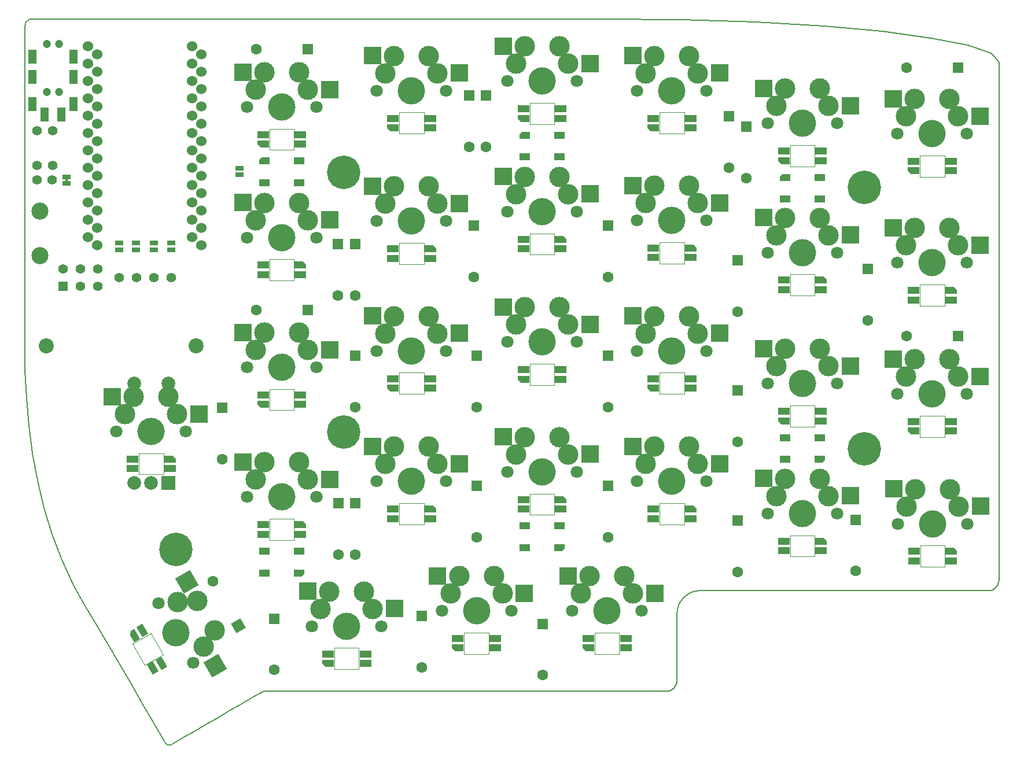
<source format=gts>
G04 #@! TF.GenerationSoftware,KiCad,Pcbnew,(6.0.1)*
G04 #@! TF.CreationDate,2022-01-24T10:18:44+00:00*
G04 #@! TF.ProjectId,Lily58,4c696c79-3538-42e6-9b69-6361645f7063,rev?*
G04 #@! TF.SameCoordinates,Original*
G04 #@! TF.FileFunction,Soldermask,Top*
G04 #@! TF.FilePolarity,Negative*
%FSLAX46Y46*%
G04 Gerber Fmt 4.6, Leading zero omitted, Abs format (unit mm)*
G04 Created by KiCad (PCBNEW (6.0.1)) date 2022-01-24 10:18:44*
%MOMM*%
%LPD*%
G01*
G04 APERTURE LIST*
G04 Aperture macros list*
%AMRotRect*
0 Rectangle, with rotation*
0 The origin of the aperture is its center*
0 $1 length*
0 $2 width*
0 $3 Rotation angle, in degrees counterclockwise*
0 Add horizontal line*
21,1,$1,$2,0,0,$3*%
%AMOutline5P*
0 Free polygon, 5 corners , with rotation*
0 The origin of the aperture is its center*
0 number of corners: always 5*
0 $1 to $10 corner X, Y*
0 $11 Rotation angle, in degrees counterclockwise*
0 create outline with 5 corners*
4,1,5,$1,$2,$3,$4,$5,$6,$7,$8,$9,$10,$1,$2,$11*%
%AMOutline6P*
0 Free polygon, 6 corners , with rotation*
0 The origin of the aperture is its center*
0 number of corners: always 6*
0 $1 to $12 corner X, Y*
0 $13 Rotation angle, in degrees counterclockwise*
0 create outline with 6 corners*
4,1,6,$1,$2,$3,$4,$5,$6,$7,$8,$9,$10,$11,$12,$1,$2,$13*%
%AMOutline7P*
0 Free polygon, 7 corners , with rotation*
0 The origin of the aperture is its center*
0 number of corners: always 7*
0 $1 to $14 corner X, Y*
0 $15 Rotation angle, in degrees counterclockwise*
0 create outline with 7 corners*
4,1,7,$1,$2,$3,$4,$5,$6,$7,$8,$9,$10,$11,$12,$13,$14,$1,$2,$15*%
%AMOutline8P*
0 Free polygon, 8 corners , with rotation*
0 The origin of the aperture is its center*
0 number of corners: always 8*
0 $1 to $16 corner X, Y*
0 $17 Rotation angle, in degrees counterclockwise*
0 create outline with 8 corners*
4,1,8,$1,$2,$3,$4,$5,$6,$7,$8,$9,$10,$11,$12,$13,$14,$15,$16,$1,$2,$17*%
G04 Aperture macros list end*
G04 #@! TA.AperFunction,Profile*
%ADD10C,0.200000*%
G04 #@! TD*
G04 #@! TA.AperFunction,Profile*
%ADD11C,0.120000*%
G04 #@! TD*
%ADD12R,2.000000X2.000000*%
%ADD13C,2.000000*%
%ADD14R,1.600000X1.600000*%
%ADD15C,1.600000*%
%ADD16RotRect,1.600000X1.600000X300.000000*%
%ADD17C,1.397000*%
%ADD18C,1.800000*%
%ADD19C,4.000000*%
%ADD20C,3.000000*%
%ADD21R,2.550000X2.500000*%
%ADD22RotRect,2.550000X2.500000X120.000000*%
%ADD23C,1.200000*%
%ADD24R,1.200000X2.100000*%
%ADD25C,2.200000*%
%ADD26C,4.900000*%
%ADD27C,2.500000*%
%ADD28C,1.524000*%
%ADD29R,1.143000X0.635000*%
%ADD30R,1.397000X1.397000*%
%ADD31R,1.700000X1.000000*%
%ADD32Outline5P,-0.850000X0.500000X0.850000X0.500000X0.850000X-0.500000X-0.400000X-0.500000X-0.850000X-0.050000X0.000000*%
%ADD33RotRect,1.700000X1.000000X300.000000*%
%ADD34Outline5P,-0.850000X0.500000X0.850000X0.500000X0.850000X-0.500000X-0.400000X-0.500000X-0.850000X-0.050000X300.000000*%
%ADD35Outline5P,-0.850000X0.500000X0.850000X0.500000X0.850000X-0.500000X-0.400000X-0.500000X-0.850000X-0.050000X180.000000*%
%ADD36R,1.600000X1.000000*%
%ADD37Outline5P,-0.800000X0.500000X0.800000X0.500000X0.800000X-0.050000X0.350000X-0.500000X-0.800000X-0.500000X0.000000*%
%ADD38Outline5P,-0.800000X0.500000X0.800000X0.500000X0.800000X-0.050000X0.350000X-0.500000X-0.800000X-0.500000X180.000000*%
%ADD39R,0.381000X0.381000*%
G04 APERTURE END LIST*
D10*
X104803877Y-37086762D02*
X94400000Y-37086762D01*
X82937528Y-82285296D02*
X82937528Y-75978362D01*
X82937528Y-75978362D02*
X82937528Y-69671429D01*
X82937528Y-88592229D02*
X82937528Y-82285296D01*
X177658308Y-135255660D02*
X177403500Y-135393876D01*
X83776462Y-37108075D02*
X83988210Y-37086762D01*
X93344258Y-125721062D02*
X95019952Y-128587381D01*
X224544152Y-120671952D02*
X224262495Y-120759288D01*
X162080304Y-135511658D02*
X169449826Y-135511658D01*
X225460000Y-71881623D02*
X225460000Y-81363245D01*
X112835230Y-138421062D02*
X114510925Y-137450923D01*
X111159536Y-139391201D02*
X112835230Y-138421062D01*
X94400000Y-37086762D02*
X83988210Y-37086762D01*
X91668563Y-122854742D02*
X93344258Y-125721062D01*
X178319348Y-130379933D02*
X178319348Y-131597973D01*
X89992869Y-119988423D02*
X91668563Y-122854742D01*
X178319348Y-124289735D02*
X178390391Y-123583911D01*
X225459999Y-119289735D02*
X225429552Y-119592231D01*
X136027379Y-37086762D02*
X125619545Y-37086762D01*
X125619545Y-37086762D02*
X115211711Y-37086762D01*
X125232695Y-135511658D02*
X132602217Y-135511658D01*
X225460000Y-100326490D02*
X225460000Y-109808112D01*
X181113524Y-120860778D02*
X181819348Y-120789735D01*
X225204001Y-120128696D02*
X225020912Y-120350648D01*
X225460000Y-109808112D02*
X225460000Y-119289735D01*
X218692418Y-120789735D02*
X223959999Y-120789735D01*
X103714328Y-143322532D02*
X103842470Y-143386445D01*
X225342217Y-119873887D02*
X225204001Y-120128696D01*
X224798960Y-120533736D02*
X224544152Y-120671952D01*
X103491837Y-143088150D02*
X103597295Y-143222884D01*
X208157255Y-120789735D02*
X213424836Y-120789735D01*
X82959523Y-37925015D02*
X83020657Y-37727855D01*
X215525697Y-39885159D02*
X208420758Y-38945561D01*
X224900000Y-42700000D02*
X225460000Y-43436755D01*
X178319348Y-134011658D02*
X178288901Y-134314154D01*
X101722730Y-140052659D02*
X103398425Y-142918979D01*
X225460000Y-43436755D02*
X225460000Y-52918378D01*
X83020657Y-37727855D02*
X83117409Y-37549489D01*
X84020972Y-100690825D02*
X84747083Y-104695246D01*
X225460000Y-62400000D02*
X225460000Y-71881623D01*
X88291758Y-116318073D02*
X89992869Y-119988423D01*
X139971738Y-135511658D02*
X147341260Y-135511658D01*
X178390391Y-123583911D02*
X178594174Y-122926713D01*
X178916678Y-122332160D02*
X179343884Y-121814271D01*
X178319348Y-124289735D02*
X178319348Y-125507775D01*
X208420758Y-38945561D02*
X199807654Y-38170488D01*
X189919538Y-37585374D02*
X178989563Y-37215654D01*
X116186619Y-136480784D02*
X117862313Y-135510645D01*
X156843047Y-37086762D02*
X146435213Y-37086762D01*
X178063349Y-134850619D02*
X177880261Y-135072571D01*
X147341260Y-135511658D02*
X154710782Y-135511658D01*
X177880261Y-135072571D02*
X177658308Y-135255660D01*
X197622092Y-120789735D02*
X202889673Y-120789735D01*
X224262495Y-120759288D02*
X223959999Y-120789735D01*
X104130206Y-143404468D02*
X104288864Y-143357278D01*
X224900000Y-42700000D02*
X224278471Y-42156190D01*
X82937528Y-50750629D02*
X82937528Y-44443695D01*
X82937528Y-44443695D02*
X82937528Y-38136762D01*
X178319348Y-127943854D02*
X178319348Y-129161894D01*
X225429552Y-119592231D02*
X225342217Y-119873887D01*
X132602217Y-135511658D02*
X139971738Y-135511658D01*
X83245570Y-37394123D02*
X83400937Y-37265961D01*
X82937528Y-38136762D02*
X82959523Y-37925015D01*
X220889319Y-40963847D02*
X215525697Y-39885159D01*
X95019952Y-128587381D02*
X96695647Y-131453701D01*
X178319348Y-131597973D02*
X178319348Y-132816013D01*
X225020912Y-120350648D02*
X224798960Y-120533736D01*
X178319348Y-126725814D02*
X178319348Y-127943854D01*
X213424836Y-120789735D02*
X218692418Y-120789735D01*
X178594174Y-122926713D02*
X178916678Y-122332160D01*
X167250881Y-37086762D02*
X156843047Y-37086762D01*
X180456326Y-121064561D02*
X181113524Y-120860778D01*
X83135690Y-92617561D02*
X83490297Y-96657663D01*
X103597295Y-143222884D02*
X103714328Y-143322532D01*
X117862313Y-135510645D02*
X125232695Y-135511658D01*
X109483841Y-140361340D02*
X111159536Y-139391201D01*
X225460000Y-81363245D02*
X225460000Y-90844867D01*
X96695647Y-131453701D02*
X98371341Y-134320020D01*
X115211711Y-37086762D02*
X104803877Y-37086762D01*
X224278471Y-42156190D02*
X220889319Y-40963847D01*
X82937528Y-57057562D02*
X82937528Y-50750629D01*
X202889673Y-120789735D02*
X208157255Y-120789735D01*
X82937528Y-63364495D02*
X82937528Y-57057562D01*
X178288901Y-134314154D02*
X178201565Y-134595810D01*
X103398425Y-142918979D02*
X103491837Y-143088150D01*
X83117409Y-37549489D02*
X83245570Y-37394123D01*
X199807654Y-38170488D02*
X189919538Y-37585374D01*
X192354511Y-120789735D02*
X197622092Y-120789735D01*
X179343884Y-121814271D02*
X179861773Y-121387065D01*
X187086929Y-120789735D02*
X192354511Y-120789735D01*
X178201565Y-134595810D02*
X178063349Y-134850619D01*
X178319348Y-125507775D02*
X178319348Y-126725814D01*
X100047036Y-137186340D02*
X101722730Y-140052659D01*
X178319348Y-132816013D02*
X178319348Y-134011658D01*
X103981252Y-143413974D02*
X104130206Y-143404468D01*
X225460000Y-90844867D02*
X225460000Y-100326490D01*
X104456758Y-143271756D02*
X106132452Y-142301617D01*
X146435213Y-37086762D02*
X136027379Y-37086762D01*
X98371341Y-134320020D02*
X100047036Y-137186340D01*
X178989563Y-37215654D02*
X167250881Y-37086762D01*
X82937528Y-69671429D02*
X82937528Y-63364495D01*
X225460000Y-52918378D02*
X225460000Y-62400000D01*
X103842470Y-143386445D02*
X103981252Y-143413974D01*
X107808147Y-141331479D02*
X109483841Y-140361340D01*
X177121844Y-135481211D02*
X176819348Y-135511658D01*
X154710782Y-135511658D02*
X162080304Y-135511658D01*
X169449826Y-135511658D02*
X176819348Y-135511658D01*
X177403500Y-135393876D02*
X177121844Y-135481211D01*
X104288864Y-143357278D02*
X104456758Y-143271756D01*
X114510925Y-137450923D02*
X116186619Y-136480784D01*
X84747083Y-104695246D02*
X85688004Y-108649127D01*
X86863105Y-112530670D02*
X88291758Y-116318073D01*
X179861773Y-121387065D02*
X180456326Y-121064561D01*
X83579303Y-37169210D02*
X83776462Y-37108075D01*
X85688004Y-108649127D02*
X86863105Y-112530670D01*
X106132452Y-142301617D02*
X107808147Y-141331479D01*
X83400937Y-37265961D02*
X83579303Y-37169210D01*
X83490297Y-96657663D02*
X84020972Y-100690825D01*
X181819348Y-120789735D02*
X187086929Y-120789735D01*
X82937528Y-88592229D02*
X83135690Y-92617561D01*
X178319348Y-129161894D02*
X178319348Y-130379933D01*
D11*
X175800000Y-50800000D02*
X175800000Y-53900000D01*
X179400000Y-50800000D02*
X175800000Y-50800000D01*
X175800000Y-53900000D02*
X179400000Y-53900000D01*
X179400000Y-53900000D02*
X179400000Y-50800000D01*
X98644040Y-128591154D02*
X100444040Y-131708846D01*
X103128718Y-130158846D02*
X101328718Y-127041154D01*
X101328718Y-127041154D02*
X98644040Y-128591154D01*
X100444040Y-131708846D02*
X103128718Y-130158846D01*
X122300000Y-53200000D02*
X118700000Y-53200000D01*
X122300000Y-56300000D02*
X122300000Y-53200000D01*
X118700000Y-56300000D02*
X122300000Y-56300000D01*
X118700000Y-53200000D02*
X118700000Y-56300000D01*
X175800000Y-111100000D02*
X179400000Y-111100000D01*
X175800000Y-108000000D02*
X175800000Y-111100000D01*
X179400000Y-108000000D02*
X175800000Y-108000000D01*
X179400000Y-111100000D02*
X179400000Y-108000000D01*
X150800000Y-126950000D02*
X147200000Y-126950000D01*
X147200000Y-130050000D02*
X150800000Y-130050000D01*
X147200000Y-126950000D02*
X147200000Y-130050000D01*
X150800000Y-130050000D02*
X150800000Y-126950000D01*
X103200000Y-103800000D02*
X103200000Y-100700000D01*
X99600000Y-103800000D02*
X103200000Y-103800000D01*
X99600000Y-100700000D02*
X99600000Y-103800000D01*
X103200000Y-100700000D02*
X99600000Y-100700000D01*
X122300000Y-72300000D02*
X118700000Y-72300000D01*
X118700000Y-72300000D02*
X118700000Y-75400000D01*
X122300000Y-75400000D02*
X122300000Y-72300000D01*
X118700000Y-75400000D02*
X122300000Y-75400000D01*
X160400000Y-90700000D02*
X160400000Y-87600000D01*
X160400000Y-87600000D02*
X156800000Y-87600000D01*
X156800000Y-90700000D02*
X160400000Y-90700000D01*
X156800000Y-87600000D02*
X156800000Y-90700000D01*
X217500000Y-76000000D02*
X213900000Y-76000000D01*
X213900000Y-76000000D02*
X213900000Y-79100000D01*
X213900000Y-79100000D02*
X217500000Y-79100000D01*
X217500000Y-79100000D02*
X217500000Y-76000000D01*
X213900000Y-60200000D02*
X217500000Y-60200000D01*
X217500000Y-60200000D02*
X217500000Y-57100000D01*
X213900000Y-57100000D02*
X213900000Y-60200000D01*
X217500000Y-57100000D02*
X213900000Y-57100000D01*
X194900000Y-93700000D02*
X194900000Y-96800000D01*
X198500000Y-96800000D02*
X198500000Y-93700000D01*
X194900000Y-96800000D02*
X198500000Y-96800000D01*
X198500000Y-93700000D02*
X194900000Y-93700000D01*
X160400000Y-106600000D02*
X156800000Y-106600000D01*
X156800000Y-109700000D02*
X160400000Y-109700000D01*
X156800000Y-106600000D02*
X156800000Y-109700000D01*
X160400000Y-109700000D02*
X160400000Y-106600000D01*
X194900000Y-74500000D02*
X194900000Y-77600000D01*
X194900000Y-77600000D02*
X198500000Y-77600000D01*
X198500000Y-74500000D02*
X194900000Y-74500000D01*
X198500000Y-77600000D02*
X198500000Y-74500000D01*
X156800000Y-49410000D02*
X156800000Y-52510000D01*
X160400000Y-49410000D02*
X156800000Y-49410000D01*
X160400000Y-52510000D02*
X160400000Y-49410000D01*
X156800000Y-52510000D02*
X160400000Y-52510000D01*
X217500000Y-95200000D02*
X213900000Y-95200000D01*
X213900000Y-95200000D02*
X213900000Y-98300000D01*
X213900000Y-98300000D02*
X217500000Y-98300000D01*
X217500000Y-98300000D02*
X217500000Y-95200000D01*
X141300000Y-111100000D02*
X141300000Y-108000000D01*
X137700000Y-108000000D02*
X137700000Y-111100000D01*
X137700000Y-111100000D02*
X141300000Y-111100000D01*
X141300000Y-108000000D02*
X137700000Y-108000000D01*
X137700000Y-92000000D02*
X141300000Y-92000000D01*
X137700000Y-88900000D02*
X137700000Y-92000000D01*
X141300000Y-88900000D02*
X137700000Y-88900000D01*
X141300000Y-92000000D02*
X141300000Y-88900000D01*
X198500000Y-55600000D02*
X194900000Y-55600000D01*
X194900000Y-58700000D02*
X198500000Y-58700000D01*
X194900000Y-55600000D02*
X194900000Y-58700000D01*
X198500000Y-58700000D02*
X198500000Y-55600000D01*
X137700000Y-73000000D02*
X141300000Y-73000000D01*
X141300000Y-73000000D02*
X141300000Y-69900000D01*
X137700000Y-69900000D02*
X137700000Y-73000000D01*
X141300000Y-69900000D02*
X137700000Y-69900000D01*
X169900000Y-126950000D02*
X166300000Y-126950000D01*
X169900000Y-130050000D02*
X169900000Y-126950000D01*
X166300000Y-130050000D02*
X169900000Y-130050000D01*
X166300000Y-126950000D02*
X166300000Y-130050000D01*
X198500000Y-112700000D02*
X194900000Y-112700000D01*
X194900000Y-115800000D02*
X198500000Y-115800000D01*
X198500000Y-115800000D02*
X198500000Y-112700000D01*
X194900000Y-112700000D02*
X194900000Y-115800000D01*
X213950000Y-114200000D02*
X213950000Y-117300000D01*
X217550000Y-117300000D02*
X217550000Y-114200000D01*
X213950000Y-117300000D02*
X217550000Y-117300000D01*
X217550000Y-114200000D02*
X213950000Y-114200000D01*
X128200000Y-132300000D02*
X131800000Y-132300000D01*
X128200000Y-129200000D02*
X128200000Y-132300000D01*
X131800000Y-129200000D02*
X128200000Y-129200000D01*
X131800000Y-132300000D02*
X131800000Y-129200000D01*
X175800000Y-72900000D02*
X179400000Y-72900000D01*
X175800000Y-69800000D02*
X175800000Y-72900000D01*
X179400000Y-69800000D02*
X175800000Y-69800000D01*
X179400000Y-72900000D02*
X179400000Y-69800000D01*
X118700000Y-91300000D02*
X118700000Y-94400000D01*
X118700000Y-94400000D02*
X122300000Y-94400000D01*
X122300000Y-94400000D02*
X122300000Y-91300000D01*
X122300000Y-91300000D02*
X118700000Y-91300000D01*
X122300000Y-113400000D02*
X122300000Y-110300000D01*
X122300000Y-110300000D02*
X118700000Y-110300000D01*
X118700000Y-113400000D02*
X122300000Y-113400000D01*
X118700000Y-110300000D02*
X118700000Y-113400000D01*
X137700000Y-50800000D02*
X137700000Y-53900000D01*
X141300000Y-53900000D02*
X141300000Y-50800000D01*
X141300000Y-50800000D02*
X137700000Y-50800000D01*
X137700000Y-53900000D02*
X141300000Y-53900000D01*
X156800000Y-71600000D02*
X160400000Y-71600000D01*
X160400000Y-71600000D02*
X160400000Y-68500000D01*
X160400000Y-68500000D02*
X156800000Y-68500000D01*
X156800000Y-68500000D02*
X156800000Y-71600000D01*
X179400000Y-92000000D02*
X179400000Y-88900000D01*
X179400000Y-88900000D02*
X175800000Y-88900000D01*
X175800000Y-88900000D02*
X175800000Y-92000000D01*
X175800000Y-92000000D02*
X179400000Y-92000000D01*
D12*
X103900000Y-105000000D03*
D13*
X98900000Y-105000000D03*
X101400000Y-105000000D03*
X98900000Y-90500000D03*
X103900000Y-90500000D03*
D14*
X124273000Y-41529000D03*
D15*
X116773000Y-41529000D03*
D14*
X147955000Y-48320000D03*
D15*
X147955000Y-55820000D03*
D14*
X150368000Y-48320000D03*
D15*
X150368000Y-55820000D03*
D14*
X185928000Y-51368000D03*
D15*
X185928000Y-58868000D03*
D14*
X188468000Y-52892000D03*
D15*
X188468000Y-60392000D03*
D14*
X219450000Y-44250000D03*
D15*
X211950000Y-44250000D03*
D14*
X128750000Y-70068750D03*
D15*
X128750000Y-77568750D03*
D14*
X131252540Y-70068750D03*
D15*
X131252540Y-77568750D03*
D14*
X148590000Y-67370000D03*
D15*
X148590000Y-74870000D03*
D14*
X168250000Y-67370000D03*
D15*
X168250000Y-74870000D03*
D14*
X187250000Y-72450000D03*
D15*
X187250000Y-79950000D03*
D14*
X206250000Y-73720000D03*
D15*
X206250000Y-81220000D03*
D14*
X124273000Y-79756000D03*
D15*
X116773000Y-79756000D03*
D14*
X131250000Y-86420000D03*
D15*
X131250000Y-93920000D03*
D14*
X149000000Y-86420000D03*
D15*
X149000000Y-93920000D03*
D14*
X168250000Y-86420000D03*
D15*
X168250000Y-93920000D03*
D14*
X187250000Y-91500000D03*
D15*
X187250000Y-99000000D03*
D14*
X219450000Y-83566000D03*
D15*
X211950000Y-83566000D03*
D14*
X128800000Y-108010000D03*
D15*
X128800000Y-115510000D03*
D14*
X131250000Y-108010000D03*
D15*
X131250000Y-115510000D03*
D14*
X149000000Y-105470000D03*
D15*
X149000000Y-112970000D03*
D14*
X168250000Y-105470000D03*
D15*
X168250000Y-112970000D03*
D14*
X187250000Y-110550000D03*
D15*
X187250000Y-118050000D03*
D14*
X204470000Y-110420000D03*
D15*
X204470000Y-117920000D03*
D14*
X111760000Y-94040000D03*
D15*
X111760000Y-101540000D03*
D16*
X114175000Y-125947595D03*
D15*
X110425000Y-119452405D03*
D14*
X119380000Y-124901000D03*
D15*
X119380000Y-132401000D03*
D14*
X140970000Y-124520000D03*
D15*
X140970000Y-132020000D03*
D14*
X158700000Y-125660000D03*
D15*
X158700000Y-133160000D03*
D17*
X84688035Y-53499272D03*
X84688035Y-58579272D03*
X86938035Y-53499272D03*
X86938035Y-58579272D03*
D18*
X115420000Y-50000000D03*
D19*
X120500000Y-50000000D03*
D18*
X125580000Y-50000000D03*
D20*
X116690000Y-47460000D03*
X117960000Y-44920000D03*
X123040000Y-44920000D03*
X124310000Y-47460000D03*
D21*
X114800000Y-44880000D03*
X127500000Y-47420000D03*
D18*
X144580000Y-47600000D03*
D20*
X136960000Y-42520000D03*
D19*
X139500000Y-47600000D03*
D20*
X135690000Y-45060000D03*
X143310000Y-45060000D03*
D18*
X134420000Y-47600000D03*
D20*
X142040000Y-42520000D03*
D21*
X133800000Y-42480000D03*
X146500000Y-45020000D03*
D20*
X161140000Y-41130000D03*
X162410000Y-43670000D03*
D18*
X153520000Y-46210000D03*
X163680000Y-46210000D03*
D20*
X156060000Y-41130000D03*
X154790000Y-43670000D03*
D19*
X158600000Y-46210000D03*
D21*
X152900000Y-41090000D03*
X165600000Y-43630000D03*
D20*
X180140000Y-42520000D03*
X181410000Y-45060000D03*
D18*
X182680000Y-47600000D03*
D20*
X175060000Y-42520000D03*
X173790000Y-45060000D03*
D18*
X172520000Y-47600000D03*
D19*
X177600000Y-47600000D03*
D21*
X171900000Y-42480000D03*
X184600000Y-45020000D03*
D18*
X191620000Y-52400000D03*
D19*
X196700000Y-52400000D03*
D20*
X200510000Y-49860000D03*
X199240000Y-47320000D03*
X192890000Y-49860000D03*
X194160000Y-47320000D03*
D18*
X201780000Y-52400000D03*
D21*
X191000000Y-47280000D03*
X203700000Y-49820000D03*
D20*
X213160000Y-48820000D03*
D18*
X220780000Y-53900000D03*
D20*
X211890000Y-51360000D03*
X218240000Y-48820000D03*
X219510000Y-51360000D03*
D19*
X215700000Y-53900000D03*
D18*
X210620000Y-53900000D03*
D21*
X210000000Y-48780000D03*
X222700000Y-51320000D03*
D19*
X139500000Y-66700000D03*
D20*
X142040000Y-61620000D03*
D18*
X144580000Y-66700000D03*
X134420000Y-66700000D03*
D20*
X135690000Y-64160000D03*
X136960000Y-61620000D03*
X143310000Y-64160000D03*
D21*
X133800000Y-61580000D03*
X146500000Y-64120000D03*
D20*
X162410000Y-62760000D03*
D18*
X153520000Y-65300000D03*
D19*
X158600000Y-65300000D03*
D20*
X161140000Y-60220000D03*
X156060000Y-60220000D03*
X154790000Y-62760000D03*
D18*
X163680000Y-65300000D03*
D21*
X152900000Y-60180000D03*
X165600000Y-62720000D03*
D18*
X182680000Y-66600000D03*
D19*
X177600000Y-66600000D03*
D20*
X180140000Y-61520000D03*
X173790000Y-64060000D03*
X175060000Y-61520000D03*
X181410000Y-64060000D03*
D18*
X172520000Y-66600000D03*
D21*
X171900000Y-61480000D03*
X184600000Y-64020000D03*
D18*
X201780000Y-71300000D03*
D19*
X196700000Y-71300000D03*
D20*
X200510000Y-68760000D03*
X194160000Y-66220000D03*
X199240000Y-66220000D03*
D18*
X191620000Y-71300000D03*
D20*
X192890000Y-68760000D03*
D21*
X191000000Y-66180000D03*
X203700000Y-68720000D03*
D20*
X219510000Y-70260000D03*
D18*
X220780000Y-72800000D03*
D19*
X215700000Y-72800000D03*
D18*
X210620000Y-72800000D03*
D20*
X218240000Y-67720000D03*
X213160000Y-67720000D03*
X211890000Y-70260000D03*
D21*
X210000000Y-67680000D03*
X222700000Y-70220000D03*
D20*
X116690000Y-85560000D03*
D18*
X115420000Y-88100000D03*
D20*
X124310000Y-85560000D03*
X117960000Y-83020000D03*
D19*
X120500000Y-88100000D03*
D20*
X123040000Y-83020000D03*
D18*
X125580000Y-88100000D03*
D21*
X114800000Y-82980000D03*
X127500000Y-85520000D03*
D20*
X135690000Y-83160000D03*
X136960000Y-80620000D03*
X143310000Y-83160000D03*
D19*
X139500000Y-85700000D03*
D18*
X134420000Y-85700000D03*
X144580000Y-85700000D03*
D20*
X142040000Y-80620000D03*
D21*
X133800000Y-80580000D03*
X146500000Y-83120000D03*
D20*
X162410000Y-81860000D03*
X156060000Y-79320000D03*
X154790000Y-81860000D03*
X161140000Y-79320000D03*
D19*
X158600000Y-84400000D03*
D18*
X153520000Y-84400000D03*
X163680000Y-84400000D03*
D21*
X152900000Y-79280000D03*
X165600000Y-81820000D03*
D20*
X180140000Y-80620000D03*
D19*
X177600000Y-85700000D03*
D20*
X175060000Y-80620000D03*
D18*
X182680000Y-85700000D03*
D20*
X181410000Y-83160000D03*
X173790000Y-83160000D03*
D18*
X172520000Y-85700000D03*
D21*
X171900000Y-80580000D03*
X184600000Y-83120000D03*
D20*
X194160000Y-85420000D03*
X200510000Y-87960000D03*
X199240000Y-85420000D03*
D19*
X196700000Y-90500000D03*
D18*
X191620000Y-90500000D03*
X201780000Y-90500000D03*
D20*
X192890000Y-87960000D03*
D21*
X191000000Y-85380000D03*
X203700000Y-87920000D03*
D20*
X219510000Y-89460000D03*
D19*
X215700000Y-92000000D03*
D20*
X211890000Y-89460000D03*
D18*
X220780000Y-92000000D03*
X210620000Y-92000000D03*
D20*
X218240000Y-86920000D03*
X213160000Y-86920000D03*
D21*
X210000000Y-86880000D03*
X222700000Y-89420000D03*
D20*
X123040000Y-102020000D03*
D18*
X125580000Y-107100000D03*
D20*
X116690000Y-104560000D03*
D19*
X120500000Y-107100000D03*
D20*
X124310000Y-104560000D03*
D18*
X115420000Y-107100000D03*
D20*
X117960000Y-102020000D03*
D21*
X114800000Y-101980000D03*
X127500000Y-104520000D03*
D20*
X136960000Y-99720000D03*
D18*
X144580000Y-104800000D03*
X134420000Y-104800000D03*
D20*
X142040000Y-99720000D03*
X135690000Y-102260000D03*
X143310000Y-102260000D03*
D19*
X139500000Y-104800000D03*
D21*
X133800000Y-99680000D03*
X146500000Y-102220000D03*
D19*
X158600000Y-103400000D03*
D20*
X161140000Y-98320000D03*
X156060000Y-98320000D03*
D18*
X163680000Y-103400000D03*
D20*
X154790000Y-100860000D03*
X162410000Y-100860000D03*
D18*
X153520000Y-103400000D03*
D21*
X152900000Y-98280000D03*
X165600000Y-100820000D03*
D19*
X177600000Y-104800000D03*
D20*
X175060000Y-99720000D03*
X173790000Y-102260000D03*
D18*
X182680000Y-104800000D03*
D20*
X180140000Y-99720000D03*
D18*
X172520000Y-104800000D03*
D20*
X181410000Y-102260000D03*
D21*
X171900000Y-99680000D03*
X184600000Y-102220000D03*
D20*
X192890000Y-106960000D03*
X194160000Y-104420000D03*
X200510000Y-106960000D03*
D18*
X201780000Y-109500000D03*
D20*
X199240000Y-104420000D03*
D18*
X191620000Y-109500000D03*
D19*
X196700000Y-109500000D03*
D21*
X191000000Y-104380000D03*
X203700000Y-106920000D03*
D18*
X210670000Y-111000000D03*
D20*
X219560000Y-108460000D03*
D18*
X220830000Y-111000000D03*
D20*
X211940000Y-108460000D03*
X213210000Y-105920000D03*
D19*
X215750000Y-111000000D03*
D20*
X218290000Y-105920000D03*
D21*
X210050000Y-105880000D03*
X222750000Y-108420000D03*
D20*
X98860000Y-92420000D03*
D18*
X96320000Y-97500000D03*
D20*
X97590000Y-94960000D03*
X103940000Y-92420000D03*
D18*
X106480000Y-97500000D03*
D19*
X101400000Y-97500000D03*
D20*
X105210000Y-94960000D03*
D21*
X95700000Y-92380000D03*
X108400000Y-94920000D03*
D19*
X105000000Y-127000000D03*
D20*
X108129409Y-122260295D03*
X105294705Y-122430443D03*
X110669409Y-126659705D03*
X109104705Y-129029557D03*
D18*
X107540000Y-131399409D03*
X102460000Y-122600591D03*
D22*
X106584050Y-119503655D03*
X110734346Y-131772178D03*
D20*
X126190000Y-123460000D03*
X133810000Y-123460000D03*
D18*
X124920000Y-126000000D03*
X135080000Y-126000000D03*
D19*
X130000000Y-126000000D03*
D20*
X132540000Y-120920000D03*
X127460000Y-120920000D03*
D21*
X124300000Y-120880000D03*
X137000000Y-123420000D03*
D20*
X145190000Y-121210000D03*
X151540000Y-118670000D03*
D18*
X143920000Y-123750000D03*
D20*
X152810000Y-121210000D03*
X146460000Y-118670000D03*
D19*
X149000000Y-123750000D03*
D18*
X154080000Y-123750000D03*
D21*
X143300000Y-118630000D03*
X156000000Y-121170000D03*
D20*
X171910000Y-121210000D03*
X170640000Y-118670000D03*
X165560000Y-118670000D03*
D19*
X168100000Y-123750000D03*
D18*
X163020000Y-123750000D03*
D20*
X164290000Y-121210000D03*
D18*
X173180000Y-123750000D03*
D21*
X162400000Y-118630000D03*
X175100000Y-121170000D03*
D23*
X86150000Y-47800000D03*
X86150000Y-40800000D03*
X87900000Y-47800000D03*
X87900000Y-40800000D03*
D24*
X84050000Y-49600000D03*
X90000000Y-49600000D03*
X90000000Y-45600000D03*
X84050000Y-45600000D03*
X84050000Y-42600000D03*
X90000000Y-42600000D03*
X88250000Y-51100000D03*
X85800000Y-51100000D03*
D25*
X86000000Y-85000000D03*
X108000000Y-85000000D03*
D26*
X129600000Y-59600000D03*
X205800000Y-61800000D03*
X129600000Y-97600000D03*
X205800000Y-100000000D03*
X105000000Y-114800000D03*
D27*
X85090000Y-71750000D03*
X85090000Y-65250000D03*
D28*
X92180000Y-41130000D03*
X108718815Y-42325745D03*
X92180000Y-43670000D03*
X108718815Y-44865745D03*
X108718815Y-47405745D03*
X92180000Y-46210000D03*
X92180000Y-48750000D03*
X108718815Y-49945745D03*
X92180000Y-51290000D03*
X108718815Y-52485745D03*
X92180000Y-53830000D03*
X108718815Y-55025745D03*
X108718815Y-57565745D03*
X92180000Y-56370000D03*
X108718815Y-60105745D03*
X92180000Y-58910000D03*
X108718815Y-62645745D03*
X92180000Y-61450000D03*
X92180000Y-63990000D03*
X108718815Y-65185745D03*
X92180000Y-66530000D03*
X108718815Y-67725745D03*
X108718815Y-70265745D03*
X92180000Y-69070000D03*
X107420000Y-69070000D03*
X93478815Y-70265745D03*
X93478815Y-67725745D03*
X107420000Y-66530000D03*
X93478815Y-65185745D03*
X107420000Y-63990000D03*
X93478815Y-62645745D03*
X107420000Y-61450000D03*
X107420000Y-58910000D03*
X93478815Y-60105745D03*
X93478815Y-57565745D03*
X107420000Y-56370000D03*
X107420000Y-53830000D03*
X93478815Y-55025745D03*
X93478815Y-52485745D03*
X107420000Y-51290000D03*
X93478815Y-49945745D03*
X107420000Y-48750000D03*
X93478815Y-47405745D03*
X107420000Y-46210000D03*
X107420000Y-43670000D03*
X93478815Y-44865745D03*
X107420000Y-41130000D03*
X93478815Y-42325745D03*
D29*
X99200000Y-70900380D03*
X99200000Y-69899620D03*
X96700000Y-70900380D03*
X96700000Y-69899620D03*
D17*
X96700000Y-75000000D03*
X99240000Y-75000000D03*
X101780000Y-75000000D03*
X104320000Y-75000000D03*
D29*
X101800000Y-70900380D03*
X101800000Y-69899620D03*
X104300000Y-70900380D03*
X104300000Y-69899620D03*
D30*
X88483973Y-76263759D03*
D17*
X88483973Y-73723759D03*
X91023973Y-76263759D03*
X91023973Y-73723759D03*
X93563973Y-76263759D03*
X93563973Y-73723759D03*
D31*
X180350000Y-51650000D03*
X180350000Y-53050000D03*
D32*
X174850000Y-53050000D03*
D31*
X174850000Y-51650000D03*
D33*
X102867597Y-131406570D03*
X101655161Y-132106570D03*
D34*
X98905161Y-127343430D03*
D33*
X100117597Y-126643430D03*
D31*
X123250000Y-54050000D03*
X123250000Y-55450000D03*
D32*
X117750000Y-55450000D03*
D31*
X117750000Y-54050000D03*
X174850000Y-110250000D03*
X174850000Y-108850000D03*
D35*
X180350000Y-108850000D03*
D31*
X180350000Y-110250000D03*
D36*
X194200000Y-98400000D03*
X194200000Y-101600000D03*
D37*
X199200000Y-101600000D03*
D36*
X199200000Y-98400000D03*
X123000000Y-61100000D03*
X123000000Y-57900000D03*
D38*
X118000000Y-57900000D03*
D36*
X118000000Y-61100000D03*
D39*
X89000000Y-60700000D03*
D29*
X89000000Y-61200380D03*
X89000000Y-60199620D03*
D31*
X151750000Y-127800000D03*
X151750000Y-129200000D03*
D32*
X146250000Y-129200000D03*
D31*
X146250000Y-127800000D03*
D36*
X161100000Y-57310000D03*
X161100000Y-54110000D03*
D38*
X156100000Y-54110000D03*
D36*
X156100000Y-57310000D03*
X156100000Y-111300000D03*
X156100000Y-114500000D03*
D37*
X161100000Y-114500000D03*
D36*
X161100000Y-111300000D03*
D20*
X124310000Y-66560000D03*
D18*
X125580000Y-69100000D03*
X115420000Y-69100000D03*
D19*
X120500000Y-69100000D03*
D20*
X123040000Y-64020000D03*
X117960000Y-64020000D03*
X116690000Y-66560000D03*
D21*
X114800000Y-63980000D03*
X127500000Y-66520000D03*
D36*
X118000000Y-115000000D03*
X118000000Y-118200000D03*
D37*
X123000000Y-118200000D03*
D36*
X123000000Y-115000000D03*
D17*
X86900000Y-60700000D03*
D31*
X98650000Y-102950000D03*
X98650000Y-101550000D03*
D35*
X104150000Y-101550000D03*
D31*
X104150000Y-102950000D03*
X117750000Y-74550000D03*
X117750000Y-73150000D03*
D35*
X123250000Y-73150000D03*
D31*
X123250000Y-74550000D03*
X161350000Y-88450000D03*
X161350000Y-89850000D03*
D32*
X155850000Y-89850000D03*
D31*
X155850000Y-88450000D03*
X212950000Y-78250000D03*
X212950000Y-76850000D03*
D35*
X218450000Y-76850000D03*
D31*
X218450000Y-78250000D03*
X218450000Y-57950000D03*
X218450000Y-59350000D03*
D32*
X212950000Y-59350000D03*
D31*
X212950000Y-57950000D03*
X199450000Y-94550000D03*
X199450000Y-95950000D03*
D32*
X193950000Y-95950000D03*
D31*
X193950000Y-94550000D03*
X155850000Y-108850000D03*
X155850000Y-107450000D03*
D35*
X161350000Y-107450000D03*
D31*
X161350000Y-108850000D03*
X193950000Y-76750000D03*
X193950000Y-75350000D03*
D35*
X199450000Y-75350000D03*
D31*
X199450000Y-76750000D03*
X161350000Y-50260000D03*
X161350000Y-51660000D03*
D32*
X155850000Y-51660000D03*
D31*
X155850000Y-50260000D03*
D36*
X199200000Y-63500000D03*
X199200000Y-60300000D03*
D38*
X194200000Y-60300000D03*
D36*
X194200000Y-63500000D03*
D31*
X218450000Y-96050000D03*
X218450000Y-97450000D03*
D32*
X212950000Y-97450000D03*
D31*
X212950000Y-96050000D03*
X136750000Y-110250000D03*
X136750000Y-108850000D03*
D35*
X142250000Y-108850000D03*
D31*
X142250000Y-110250000D03*
X142250000Y-89750000D03*
X142250000Y-91150000D03*
D32*
X136750000Y-91150000D03*
D31*
X136750000Y-89750000D03*
X199450000Y-56450000D03*
X199450000Y-57850000D03*
D32*
X193950000Y-57850000D03*
D31*
X193950000Y-56450000D03*
D29*
X114300000Y-58935620D03*
X114300000Y-59936380D03*
D31*
X136750000Y-72150000D03*
X136750000Y-70750000D03*
D35*
X142250000Y-70750000D03*
D31*
X142250000Y-72150000D03*
X170850000Y-127800000D03*
X170850000Y-129200000D03*
D32*
X165350000Y-129200000D03*
D31*
X165350000Y-127800000D03*
X193950000Y-114950000D03*
X193950000Y-113550000D03*
D35*
X199450000Y-113550000D03*
D31*
X199450000Y-114950000D03*
X213000000Y-116450000D03*
X213000000Y-115050000D03*
D35*
X218500000Y-115050000D03*
D31*
X218500000Y-116450000D03*
D17*
X84700000Y-60700000D03*
D31*
X132750000Y-130050000D03*
X132750000Y-131450000D03*
D32*
X127250000Y-131450000D03*
D31*
X127250000Y-130050000D03*
X174850000Y-72050000D03*
X174850000Y-70650000D03*
D35*
X180350000Y-70650000D03*
D31*
X180350000Y-72050000D03*
X123250000Y-92150000D03*
X123250000Y-93550000D03*
D32*
X117750000Y-93550000D03*
D31*
X117750000Y-92150000D03*
X117750000Y-112550000D03*
X117750000Y-111150000D03*
D35*
X123250000Y-111150000D03*
D31*
X123250000Y-112550000D03*
X142250000Y-51650000D03*
X142250000Y-53050000D03*
D32*
X136750000Y-53050000D03*
D31*
X136750000Y-51650000D03*
X155850000Y-70750000D03*
X155850000Y-69350000D03*
D35*
X161350000Y-69350000D03*
D31*
X161350000Y-70750000D03*
X180350000Y-89750000D03*
X180350000Y-91150000D03*
D32*
X174850000Y-91150000D03*
D31*
X174850000Y-89750000D03*
M02*

</source>
